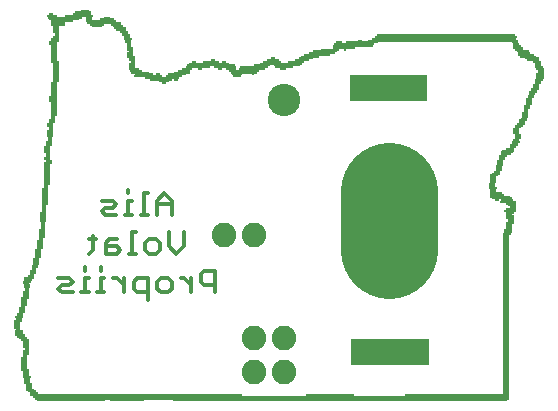
<source format=gbs>
G04 EAGLE Gerber X2 export*
G75*
%MOMM*%
%FSLAX34Y34*%
%LPD*%
%AMOC8*
5,1,8,0,0,1.08239X$1,22.5*%
G01*
%ADD10C,0.355600*%
%ADD11C,2.743200*%
%ADD12R,5.850000X0.150000*%
%ADD13R,3.000000X0.150000*%
%ADD14R,28.350000X0.150000*%
%ADD15R,40.200000X0.150000*%
%ADD16R,40.350000X0.150000*%
%ADD17R,18.000000X0.150000*%
%ADD18R,4.050000X0.150000*%
%ADD19R,8.850000X0.150000*%
%ADD20R,0.750000X0.150000*%
%ADD21R,0.600000X0.150000*%
%ADD22R,0.450000X0.150000*%
%ADD23R,0.900000X0.150000*%
%ADD24R,1.050000X0.150000*%
%ADD25R,1.350000X0.150000*%
%ADD26R,0.300000X0.150000*%
%ADD27R,1.800000X0.150000*%
%ADD28R,1.200000X0.150000*%
%ADD29R,1.950000X0.150000*%
%ADD30R,2.400000X0.150000*%
%ADD31R,1.650000X0.150000*%
%ADD32R,0.150000X0.150000*%
%ADD33R,2.250000X0.150000*%
%ADD34R,2.550000X0.150000*%
%ADD35R,2.100000X0.150000*%
%ADD36R,1.500000X0.150000*%
%ADD37R,3.450000X0.150000*%
%ADD38R,3.600000X0.150000*%
%ADD39R,2.700000X0.150000*%
%ADD40R,12.750000X0.150000*%
%ADD41R,12.300000X0.150000*%
%ADD42R,12.000000X0.150000*%
%ADD43R,11.700000X0.150000*%
%ADD44C,2.082800*%
%ADD45R,3.378200X2.235200*%
%ADD46C,8.203200*%


D10*
X146045Y169672D02*
X146045Y181874D01*
X139944Y187976D01*
X133842Y181874D01*
X133842Y169672D01*
X133842Y178824D02*
X146045Y178824D01*
X125931Y187976D02*
X122881Y187976D01*
X122881Y169672D01*
X125931Y169672D02*
X119830Y169672D01*
X112522Y181874D02*
X109471Y181874D01*
X109471Y169672D01*
X106421Y169672D02*
X112522Y169672D01*
X109471Y187976D02*
X109471Y191026D01*
X99113Y169672D02*
X89961Y169672D01*
X86911Y172723D01*
X89961Y175773D01*
X96062Y175773D01*
X99113Y178824D01*
X96062Y181874D01*
X86911Y181874D01*
X156102Y155210D02*
X156102Y143007D01*
X150000Y136906D01*
X143899Y143007D01*
X143899Y155210D01*
X132937Y136906D02*
X126836Y136906D01*
X123786Y139957D01*
X123786Y146058D01*
X126836Y149108D01*
X132937Y149108D01*
X135988Y146058D01*
X135988Y139957D01*
X132937Y136906D01*
X115874Y155210D02*
X112824Y155210D01*
X112824Y136906D01*
X115874Y136906D02*
X109773Y136906D01*
X99415Y149108D02*
X93313Y149108D01*
X90263Y146058D01*
X90263Y136906D01*
X99415Y136906D01*
X102465Y139957D01*
X99415Y143007D01*
X90263Y143007D01*
X79301Y139957D02*
X79301Y152159D01*
X79301Y139957D02*
X76250Y136906D01*
X76250Y149108D02*
X82352Y149108D01*
X182920Y122444D02*
X182920Y104140D01*
X182920Y122444D02*
X173768Y122444D01*
X170717Y119393D01*
X170717Y113292D01*
X173768Y110241D01*
X182920Y110241D01*
X162806Y104140D02*
X162806Y116342D01*
X162806Y110241D02*
X156705Y116342D01*
X153654Y116342D01*
X142994Y104140D02*
X136893Y104140D01*
X133842Y107191D01*
X133842Y113292D01*
X136893Y116342D01*
X142994Y116342D01*
X146045Y113292D01*
X146045Y107191D01*
X142994Y104140D01*
X125931Y98039D02*
X125931Y116342D01*
X116779Y116342D01*
X113729Y113292D01*
X113729Y107191D01*
X116779Y104140D01*
X125931Y104140D01*
X105818Y104140D02*
X105818Y116342D01*
X105818Y110241D02*
X99716Y116342D01*
X96666Y116342D01*
X89056Y116342D02*
X86006Y116342D01*
X86006Y104140D01*
X89056Y104140D02*
X82955Y104140D01*
X86006Y122444D02*
X86006Y125494D01*
X75647Y116342D02*
X72596Y116342D01*
X72596Y104140D01*
X69546Y104140D02*
X75647Y104140D01*
X72596Y122444D02*
X72596Y125494D01*
X62238Y104140D02*
X53086Y104140D01*
X50036Y107191D01*
X53086Y110241D01*
X59187Y110241D01*
X62238Y113292D01*
X59187Y116342D01*
X50036Y116342D01*
D11*
X241300Y266700D03*
D12*
X60700Y12700D03*
D13*
X107950Y12700D03*
D14*
X288700Y12700D03*
D15*
X230950Y14200D03*
D16*
X230200Y15700D03*
D17*
X115450Y17200D03*
D18*
X279700Y17200D03*
D19*
X387700Y17200D03*
D20*
X29200Y18700D03*
D21*
X428950Y18700D03*
D20*
X27700Y20200D03*
D21*
X428950Y20200D03*
D20*
X26200Y21700D03*
D21*
X428950Y21700D03*
X25450Y23200D03*
X428950Y23200D03*
X25450Y24700D03*
X428950Y24700D03*
X25450Y26200D03*
X428950Y26200D03*
X23950Y27700D03*
X428950Y27700D03*
X23950Y29200D03*
X428950Y29200D03*
X23950Y30700D03*
X428950Y30700D03*
D20*
X23200Y32200D03*
D21*
X428950Y32200D03*
X22450Y33700D03*
X428950Y33700D03*
X22450Y35200D03*
X428950Y35200D03*
X22450Y36700D03*
X428950Y36700D03*
D20*
X21700Y38200D03*
D21*
X428950Y38200D03*
X20950Y39700D03*
X428950Y39700D03*
X20950Y41200D03*
X428950Y41200D03*
X20950Y42700D03*
X428950Y42700D03*
X20950Y44200D03*
X428950Y44200D03*
X20950Y45700D03*
X428950Y45700D03*
X20950Y47200D03*
X428950Y47200D03*
X20950Y48700D03*
X428950Y48700D03*
D22*
X21700Y50200D03*
D21*
X428950Y50200D03*
X22450Y51700D03*
X428950Y51700D03*
X22450Y53200D03*
X428950Y53200D03*
X22450Y54700D03*
X428950Y54700D03*
D22*
X23200Y56200D03*
D21*
X428950Y56200D03*
X22450Y57700D03*
X428950Y57700D03*
X22450Y59200D03*
X428950Y59200D03*
X22450Y60700D03*
X428950Y60700D03*
X22450Y62200D03*
X428950Y62200D03*
D20*
X21700Y63700D03*
D21*
X428950Y63700D03*
D20*
X20200Y65200D03*
D21*
X428950Y65200D03*
D20*
X18700Y66700D03*
D21*
X428950Y66700D03*
D23*
X17950Y68200D03*
D21*
X428950Y68200D03*
D20*
X17200Y69700D03*
D21*
X428950Y69700D03*
D20*
X17200Y71200D03*
D21*
X428950Y71200D03*
D22*
X15700Y72700D03*
D21*
X428950Y72700D03*
X14950Y74200D03*
X428950Y74200D03*
X14950Y75700D03*
X428950Y75700D03*
X14950Y77200D03*
X428950Y77200D03*
X14950Y78700D03*
X428950Y78700D03*
D20*
X15700Y80200D03*
D21*
X428950Y80200D03*
X16450Y81700D03*
X428950Y81700D03*
D20*
X17200Y83200D03*
D21*
X428950Y83200D03*
X17950Y84700D03*
X428950Y84700D03*
X17950Y86200D03*
X428950Y86200D03*
X19450Y87700D03*
X428950Y87700D03*
X19450Y89200D03*
X428950Y89200D03*
X19450Y90700D03*
X428950Y90700D03*
D22*
X20200Y92200D03*
D21*
X428950Y92200D03*
X20950Y93700D03*
X428950Y93700D03*
X20950Y95200D03*
X428950Y95200D03*
X20950Y96700D03*
X428950Y96700D03*
X20950Y98200D03*
X428950Y98200D03*
D20*
X21700Y99700D03*
D21*
X428950Y99700D03*
X22450Y101200D03*
X428950Y101200D03*
X22450Y102700D03*
X428950Y102700D03*
X22450Y104200D03*
X428950Y104200D03*
D22*
X23200Y105700D03*
D21*
X428950Y105700D03*
D22*
X23200Y107200D03*
D21*
X428950Y107200D03*
X23950Y108700D03*
X428950Y108700D03*
X23950Y110200D03*
X428950Y110200D03*
X22450Y111700D03*
X428950Y111700D03*
D20*
X23200Y113200D03*
D21*
X428950Y113200D03*
D20*
X24700Y114700D03*
D21*
X428950Y114700D03*
D23*
X25450Y116200D03*
D21*
X428950Y116200D03*
X26950Y117700D03*
X428950Y117700D03*
D22*
X27700Y119200D03*
D21*
X428950Y119200D03*
X28450Y120700D03*
X428950Y120700D03*
X28450Y122200D03*
X428950Y122200D03*
D22*
X29200Y123700D03*
D21*
X428950Y123700D03*
X29950Y125200D03*
X428950Y125200D03*
X29950Y126700D03*
X428950Y126700D03*
X31450Y128200D03*
X428950Y128200D03*
X31450Y129700D03*
X428950Y129700D03*
X31450Y131200D03*
X428950Y131200D03*
X31450Y132700D03*
X428950Y132700D03*
X32950Y134200D03*
X428950Y134200D03*
X32950Y135700D03*
X428950Y135700D03*
X32950Y137200D03*
X428950Y137200D03*
X32950Y138700D03*
X428950Y138700D03*
X32950Y140200D03*
X428950Y140200D03*
X34450Y141700D03*
X428950Y141700D03*
X34450Y143200D03*
X428950Y143200D03*
X34450Y144700D03*
X428950Y144700D03*
X34450Y146200D03*
X428950Y146200D03*
X34450Y147700D03*
X428950Y147700D03*
D22*
X35200Y149200D03*
D21*
X428950Y149200D03*
X35950Y150700D03*
X428950Y150700D03*
X35950Y152200D03*
X428950Y152200D03*
X35950Y153700D03*
D20*
X429700Y153700D03*
D21*
X35950Y155200D03*
D20*
X431200Y155200D03*
D21*
X35950Y156700D03*
D20*
X431200Y156700D03*
D22*
X36700Y158200D03*
D21*
X431950Y158200D03*
D22*
X36700Y159700D03*
D21*
X431950Y159700D03*
D22*
X36700Y161200D03*
D21*
X431950Y161200D03*
D22*
X36700Y162700D03*
D20*
X432700Y162700D03*
D21*
X37450Y164200D03*
X433450Y164200D03*
X37450Y165700D03*
X433450Y165700D03*
X37450Y167200D03*
D20*
X432700Y167200D03*
D21*
X37450Y168700D03*
D20*
X432700Y168700D03*
D21*
X37450Y170200D03*
X431950Y170200D03*
X37450Y171700D03*
D20*
X432700Y171700D03*
D22*
X38200Y173200D03*
D24*
X432700Y173200D03*
D22*
X38200Y174700D03*
D23*
X433450Y174700D03*
D22*
X38200Y176200D03*
D21*
X434950Y176200D03*
D22*
X38200Y177700D03*
D20*
X434200Y177700D03*
D21*
X38950Y179200D03*
D23*
X433450Y179200D03*
D21*
X38950Y180700D03*
D25*
X431200Y180700D03*
D21*
X38950Y182200D03*
D26*
X421450Y182200D03*
D24*
X429700Y182200D03*
D21*
X38950Y183700D03*
D27*
X425950Y183700D03*
D21*
X38950Y185200D03*
D27*
X424450Y185200D03*
D21*
X38950Y186700D03*
D28*
X421450Y186700D03*
D21*
X38950Y188200D03*
D24*
X420700Y188200D03*
D21*
X38950Y189700D03*
X418450Y189700D03*
X38950Y191200D03*
X418450Y191200D03*
D22*
X39700Y192700D03*
D20*
X417700Y192700D03*
D22*
X39700Y194200D03*
D21*
X416950Y194200D03*
X40450Y195700D03*
X416950Y195700D03*
X40450Y197200D03*
X418450Y197200D03*
X40450Y198700D03*
X418450Y198700D03*
X40450Y200200D03*
X418450Y200200D03*
X40450Y201700D03*
X418450Y201700D03*
X40450Y203200D03*
D20*
X419200Y203200D03*
D21*
X40450Y204700D03*
D20*
X420700Y204700D03*
D21*
X40450Y206200D03*
X421450Y206200D03*
X40450Y207700D03*
X422950Y207700D03*
X40450Y209200D03*
X422950Y209200D03*
X40450Y210700D03*
X422950Y210700D03*
X40450Y212200D03*
X424450Y212200D03*
D20*
X41200Y213700D03*
D21*
X424450Y213700D03*
X41950Y215200D03*
X424450Y215200D03*
X40450Y216700D03*
X425950Y216700D03*
X40450Y218200D03*
X425950Y218200D03*
D22*
X41200Y219700D03*
D20*
X426700Y219700D03*
D22*
X41200Y221200D03*
D23*
X428950Y221200D03*
D21*
X40450Y222700D03*
D24*
X429700Y222700D03*
D21*
X40450Y224200D03*
D24*
X431200Y224200D03*
D21*
X40450Y225700D03*
D20*
X432700Y225700D03*
D21*
X40450Y227200D03*
X434950Y227200D03*
X41950Y228700D03*
D20*
X435700Y228700D03*
D21*
X41950Y230200D03*
X436450Y230200D03*
X41950Y231700D03*
D20*
X437200Y231700D03*
D22*
X42700Y233200D03*
D21*
X437950Y233200D03*
D22*
X42700Y234700D03*
D21*
X439450Y234700D03*
X43450Y236200D03*
X439450Y236200D03*
X43450Y237700D03*
X439450Y237700D03*
X43450Y239200D03*
X437950Y239200D03*
X43450Y240700D03*
X437950Y240700D03*
D22*
X44200Y242200D03*
D21*
X437950Y242200D03*
D22*
X44200Y243700D03*
D21*
X439450Y243700D03*
X43450Y245200D03*
D20*
X440200Y245200D03*
D21*
X43450Y246700D03*
D20*
X441700Y246700D03*
D21*
X44950Y248200D03*
X442450Y248200D03*
X44950Y249700D03*
D20*
X443200Y249700D03*
D22*
X45700Y251200D03*
D21*
X443950Y251200D03*
D22*
X45700Y252700D03*
D21*
X445450Y252700D03*
X46450Y254200D03*
X445450Y254200D03*
X46450Y255700D03*
X445450Y255700D03*
X46450Y257200D03*
D22*
X446200Y257200D03*
D21*
X46450Y258700D03*
D22*
X446200Y258700D03*
D21*
X46450Y260200D03*
X446950Y260200D03*
X46450Y261700D03*
X446950Y261700D03*
X46450Y263200D03*
X448450Y263200D03*
X46450Y264700D03*
X448450Y264700D03*
D20*
X45700Y266200D03*
D21*
X448450Y266200D03*
D20*
X45700Y267700D03*
D21*
X448450Y267700D03*
D20*
X45700Y269200D03*
D21*
X449950Y269200D03*
X46450Y270700D03*
X449950Y270700D03*
X46450Y272200D03*
X451450Y272200D03*
X46450Y273700D03*
D20*
X452200Y273700D03*
D21*
X46450Y275200D03*
X452950Y275200D03*
X46450Y276700D03*
D20*
X453700Y276700D03*
D21*
X46450Y278200D03*
X454450Y278200D03*
X46450Y279700D03*
X454450Y279700D03*
X46450Y281200D03*
D26*
X139450Y281200D03*
D21*
X455950Y281200D03*
X47950Y282700D03*
D23*
X139450Y282700D03*
D21*
X455950Y282700D03*
X47950Y284200D03*
D29*
X137200Y284200D03*
D26*
X149950Y284200D03*
D20*
X456700Y284200D03*
D21*
X47950Y285700D03*
D13*
X137950Y285700D03*
D20*
X458200Y285700D03*
D21*
X47950Y287200D03*
D30*
X125950Y287200D03*
D25*
X147700Y287200D03*
D20*
X201700Y287200D03*
X458200Y287200D03*
D21*
X47950Y288700D03*
D31*
X122200Y288700D03*
D22*
X134200Y288700D03*
D31*
X150700Y288700D03*
D23*
X200950Y288700D03*
D32*
X215200Y288700D03*
D20*
X458200Y288700D03*
D21*
X47950Y290200D03*
D31*
X119200Y290200D03*
D25*
X155200Y290200D03*
D33*
X207700Y290200D03*
D21*
X458950Y290200D03*
X47950Y291700D03*
D24*
X116200Y291700D03*
X156700Y291700D03*
D34*
X207700Y291700D03*
D21*
X458950Y291700D03*
X47950Y293200D03*
D23*
X113950Y293200D03*
X158950Y293200D03*
D22*
X170200Y293200D03*
X186700Y293200D03*
D23*
X196450Y293200D03*
D33*
X213700Y293200D03*
D21*
X239950Y293200D03*
D20*
X458200Y293200D03*
D21*
X47950Y294700D03*
X112450Y294700D03*
D35*
X167950Y294700D03*
D29*
X191200Y294700D03*
D30*
X215950Y294700D03*
D36*
X241450Y294700D03*
D20*
X456700Y294700D03*
D21*
X47950Y296200D03*
X112450Y296200D03*
D18*
X179200Y296200D03*
D25*
X222700Y296200D03*
D33*
X243700Y296200D03*
D21*
X455950Y296200D03*
X47950Y297700D03*
X112450Y297700D03*
D37*
X177700Y297700D03*
D38*
X238450Y297700D03*
D21*
X455950Y297700D03*
D20*
X47200Y299200D03*
D22*
X113200Y299200D03*
D26*
X164950Y299200D03*
D25*
X179200Y299200D03*
D26*
X190450Y299200D03*
D36*
X230950Y299200D03*
D25*
X251200Y299200D03*
D20*
X455200Y299200D03*
D21*
X46450Y300700D03*
X112450Y300700D03*
D22*
X180700Y300700D03*
D24*
X231700Y300700D03*
D28*
X256450Y300700D03*
D24*
X452200Y300700D03*
D21*
X46450Y302200D03*
X112450Y302200D03*
D22*
X231700Y302200D03*
D28*
X259450Y302200D03*
X451450Y302200D03*
D21*
X46450Y303700D03*
D20*
X111700Y303700D03*
D31*
X263200Y303700D03*
D25*
X447700Y303700D03*
D21*
X46450Y305200D03*
X110950Y305200D03*
D33*
X269200Y305200D03*
D25*
X446200Y305200D03*
D21*
X46450Y306700D03*
X110950Y306700D03*
D33*
X273700Y306700D03*
D24*
X444700Y306700D03*
D21*
X46450Y308200D03*
D22*
X111700Y308200D03*
D35*
X275950Y308200D03*
D24*
X443200Y308200D03*
D21*
X46450Y309700D03*
X110950Y309700D03*
D36*
X280450Y309700D03*
D32*
X293200Y309700D03*
D20*
X440200Y309700D03*
D21*
X46450Y311200D03*
X110950Y311200D03*
D29*
X291700Y311200D03*
D23*
X439450Y311200D03*
D21*
X46450Y312700D03*
D22*
X110200Y312700D03*
D37*
X299200Y312700D03*
D20*
X438700Y312700D03*
X45700Y314200D03*
D22*
X110200Y314200D03*
D37*
X300700Y314200D03*
D21*
X437950Y314200D03*
D20*
X45700Y315700D03*
D21*
X109450Y315700D03*
X287950Y315700D03*
D39*
X307450Y315700D03*
D21*
X436450Y315700D03*
D20*
X47200Y317200D03*
D21*
X109450Y317200D03*
D22*
X305200Y317200D03*
D40*
X375700Y317200D03*
D20*
X47200Y318700D03*
X108700Y318700D03*
D41*
X376450Y318700D03*
D21*
X47950Y320200D03*
X107950Y320200D03*
D42*
X377950Y320200D03*
D22*
X48700Y321700D03*
D20*
X107200Y321700D03*
D43*
X377950Y321700D03*
D22*
X48700Y323200D03*
D21*
X106450Y323200D03*
X47950Y324700D03*
D20*
X105700Y324700D03*
D21*
X47950Y326200D03*
D23*
X103450Y326200D03*
D21*
X47950Y327700D03*
D24*
X102700Y327700D03*
D21*
X47950Y329200D03*
D23*
X82450Y329200D03*
X100450Y329200D03*
D28*
X49450Y330700D03*
X82450Y330700D03*
D23*
X98950Y330700D03*
D28*
X49450Y332200D03*
D13*
X88450Y332200D03*
D29*
X53200Y333700D03*
D34*
X86200Y333700D03*
X54700Y335200D03*
D21*
X76450Y335200D03*
D28*
X91450Y335200D03*
D13*
X55450Y336700D03*
D21*
X76450Y336700D03*
X91450Y336700D03*
D23*
X44950Y338200D03*
D30*
X67450Y338200D03*
D22*
X44200Y339700D03*
D31*
X69700Y339700D03*
D25*
X71200Y341200D03*
D20*
X72700Y342700D03*
D44*
X215900Y65278D03*
X215900Y36322D03*
X241300Y65278D03*
X241300Y36322D03*
X190500Y152400D03*
X215900Y152400D03*
D45*
X313690Y276860D03*
D46*
X330200Y190100D02*
X330200Y140100D01*
D45*
X346710Y53340D03*
X345440Y276860D03*
X314960Y53340D03*
M02*

</source>
